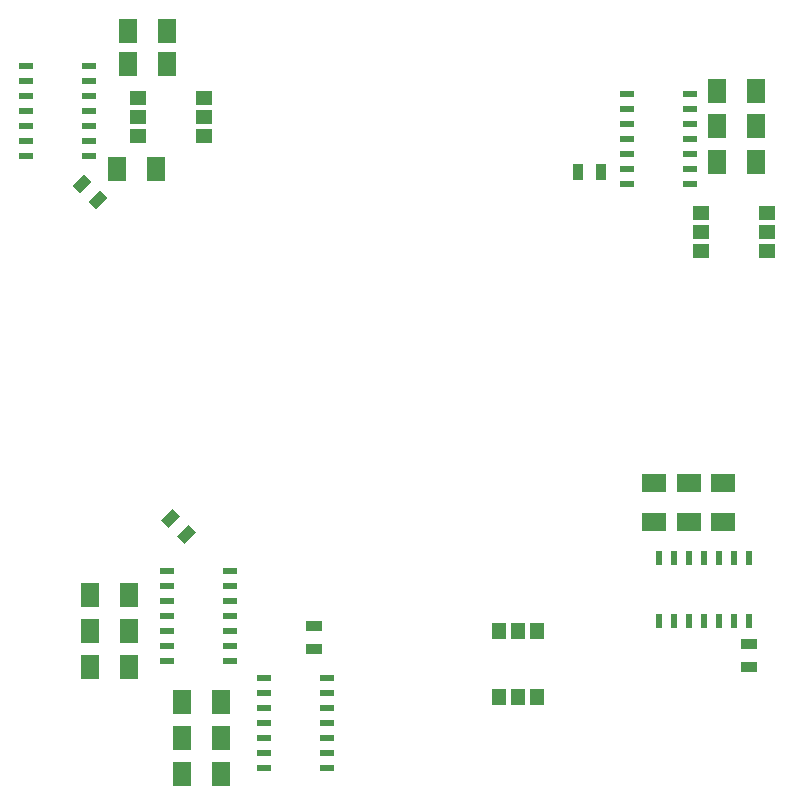
<source format=gtp>
G04 (created by PCBNEW (22-Jun-2014 BZR 4027)-stable) date Thu 17 Jul 2014 04:04:50 PM CEST*
%MOIN*%
G04 Gerber Fmt 3.4, Leading zero omitted, Abs format*
%FSLAX34Y34*%
G01*
G70*
G90*
G04 APERTURE LIST*
%ADD10C,0.00590551*%
%ADD11R,0.06X0.08*%
%ADD12R,0.045X0.02*%
%ADD13R,0.02X0.045*%
%ADD14R,0.08X0.06*%
%ADD15R,0.0472441X0.0551181*%
%ADD16R,0.0551181X0.0472441*%
%ADD17R,0.055X0.035*%
%ADD18R,0.035X0.055*%
G04 APERTURE END LIST*
G54D10*
G54D11*
X7525Y-23975D03*
X8825Y-23975D03*
G54D12*
X7475Y-9325D03*
X7475Y-8825D03*
X7475Y-8325D03*
X7475Y-7825D03*
X7475Y-7325D03*
X7475Y-6825D03*
X7475Y-6325D03*
X5375Y-6325D03*
X5375Y-6825D03*
X5375Y-7325D03*
X5375Y-7825D03*
X5375Y-8325D03*
X5375Y-8825D03*
X5375Y-9325D03*
X13325Y-26725D03*
X13325Y-27225D03*
X13325Y-27725D03*
X13325Y-28225D03*
X13325Y-28725D03*
X13325Y-29225D03*
X13325Y-29725D03*
X15425Y-29725D03*
X15425Y-29225D03*
X15425Y-28725D03*
X15425Y-28225D03*
X15425Y-27725D03*
X15425Y-27225D03*
X15425Y-26725D03*
G54D13*
X29475Y-22725D03*
X28975Y-22725D03*
X28475Y-22725D03*
X27975Y-22725D03*
X27475Y-22725D03*
X26975Y-22725D03*
X26475Y-22725D03*
X26475Y-24825D03*
X26975Y-24825D03*
X27475Y-24825D03*
X27975Y-24825D03*
X28475Y-24825D03*
X28975Y-24825D03*
X29475Y-24825D03*
G54D12*
X27525Y-10275D03*
X27525Y-9775D03*
X27525Y-9275D03*
X27525Y-8775D03*
X27525Y-8275D03*
X27525Y-7775D03*
X27525Y-7275D03*
X25425Y-7275D03*
X25425Y-7775D03*
X25425Y-8275D03*
X25425Y-8775D03*
X25425Y-9275D03*
X25425Y-9775D03*
X25425Y-10275D03*
X10075Y-23175D03*
X10075Y-23675D03*
X10075Y-24175D03*
X10075Y-24675D03*
X10075Y-25175D03*
X10075Y-25675D03*
X10075Y-26175D03*
X12175Y-26175D03*
X12175Y-25675D03*
X12175Y-25175D03*
X12175Y-24675D03*
X12175Y-24175D03*
X12175Y-23675D03*
X12175Y-23175D03*
G54D14*
X28625Y-20225D03*
X28625Y-21525D03*
G54D11*
X10075Y-6275D03*
X8775Y-6275D03*
X10075Y-5175D03*
X8775Y-5175D03*
X29725Y-9525D03*
X28425Y-9525D03*
X29725Y-7175D03*
X28425Y-7175D03*
X29725Y-8325D03*
X28425Y-8325D03*
X9725Y-9775D03*
X8425Y-9775D03*
X7525Y-25175D03*
X8825Y-25175D03*
G54D14*
X26325Y-20225D03*
X26325Y-21525D03*
X27475Y-20225D03*
X27475Y-21525D03*
G54D11*
X7525Y-26375D03*
X8825Y-26375D03*
X10575Y-28725D03*
X11875Y-28725D03*
X10575Y-29925D03*
X11875Y-29925D03*
X10575Y-27525D03*
X11875Y-27525D03*
G54D15*
X21775Y-25172D03*
X21145Y-25172D03*
X22404Y-25172D03*
X21775Y-27377D03*
X22404Y-27377D03*
X21145Y-27377D03*
G54D16*
X27872Y-11875D03*
X27872Y-12504D03*
X27872Y-11245D03*
X30077Y-11875D03*
X30077Y-11245D03*
X30077Y-12504D03*
X9122Y-8025D03*
X9122Y-8654D03*
X9122Y-7395D03*
X11327Y-8025D03*
X11327Y-7395D03*
X11327Y-8654D03*
G54D10*
G36*
X9891Y-21480D02*
X10280Y-21091D01*
X10528Y-21339D01*
X10139Y-21728D01*
X9891Y-21480D01*
X9891Y-21480D01*
G37*
G36*
X10421Y-22010D02*
X10810Y-21621D01*
X11058Y-21869D01*
X10669Y-22258D01*
X10421Y-22010D01*
X10421Y-22010D01*
G37*
G54D17*
X14975Y-25000D03*
X14975Y-25750D03*
G54D10*
G36*
X8108Y-10719D02*
X7719Y-11108D01*
X7471Y-10860D01*
X7860Y-10471D01*
X8108Y-10719D01*
X8108Y-10719D01*
G37*
G36*
X7578Y-10189D02*
X7189Y-10578D01*
X6941Y-10330D01*
X7330Y-9941D01*
X7578Y-10189D01*
X7578Y-10189D01*
G37*
G54D18*
X23800Y-9875D03*
X24550Y-9875D03*
G54D17*
X29475Y-26350D03*
X29475Y-25600D03*
M02*

</source>
